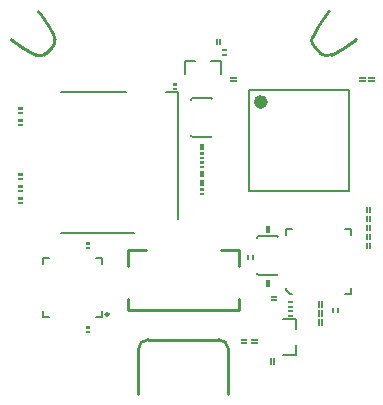
<source format=gto>
G04*
G04 #@! TF.GenerationSoftware,Altium Limited,Altium Designer,22.0.2 (36)*
G04*
G04 Layer_Color=65535*
%FSLAX25Y25*%
%MOIN*%
G70*
G04*
G04 #@! TF.SameCoordinates,9873FD8C-C369-40C8-B75A-0789E1F0109A*
G04*
G04*
G04 #@! TF.FilePolarity,Positive*
G04*
G01*
G75*
%ADD10C,0.02362*%
%ADD11C,0.01000*%
%ADD12C,0.00984*%
%ADD13C,0.00100*%
%ADD14C,0.00500*%
%ADD15C,0.00787*%
%ADD16C,0.00600*%
G36*
X12150Y43600D02*
X11800D01*
Y45400D01*
X12150D01*
Y43600D01*
D02*
G37*
G36*
X11200D02*
X10850D01*
Y45400D01*
X11200D01*
Y43600D01*
D02*
G37*
G36*
X14150Y41600D02*
X12850D01*
Y41950D01*
X14150D01*
Y41600D01*
D02*
G37*
G36*
Y40050D02*
X12850D01*
X12850Y40400D01*
X14150D01*
X14150Y40050D01*
D02*
G37*
G36*
X17400Y32300D02*
X15600D01*
Y32650D01*
X17400D01*
Y32300D01*
D02*
G37*
G36*
Y31350D02*
X15600D01*
Y31700D01*
X17400D01*
Y31350D01*
D02*
G37*
G36*
X-2350Y30100D02*
X-3650D01*
Y30450D01*
X-2350D01*
Y30100D01*
D02*
G37*
G36*
Y28550D02*
X-3650D01*
X-3650Y28900D01*
X-2350D01*
X-2350Y28550D01*
D02*
G37*
G36*
X-53850Y22100D02*
X-55150D01*
Y22450D01*
X-53850D01*
Y22100D01*
D02*
G37*
G36*
Y20550D02*
X-55150D01*
X-55150Y20900D01*
X-53850D01*
X-53850Y20550D01*
D02*
G37*
G36*
Y18100D02*
X-55150D01*
Y18450D01*
X-53850D01*
Y18100D01*
D02*
G37*
G36*
Y16550D02*
X-55150D01*
X-55150Y16900D01*
X-53850D01*
X-53850Y16550D01*
D02*
G37*
G36*
X6650Y8600D02*
X6300D01*
Y10400D01*
X6650D01*
Y8600D01*
D02*
G37*
G36*
X5700D02*
X5350D01*
Y10400D01*
X5700D01*
Y8600D01*
D02*
G37*
G36*
X6650Y7100D02*
X5350D01*
X5350Y7450D01*
X6650D01*
X6650Y7100D01*
D02*
G37*
G36*
X6650Y5550D02*
X5350D01*
Y5900D01*
X6650D01*
Y5550D01*
D02*
G37*
G36*
X6650Y4100D02*
X5350D01*
X5350Y4450D01*
X6650D01*
X6650Y4100D01*
D02*
G37*
G36*
X6650Y2550D02*
X5350D01*
Y2900D01*
X6650D01*
Y2550D01*
D02*
G37*
G36*
X-53850Y100D02*
X-55150D01*
Y450D01*
X-53850D01*
Y100D01*
D02*
G37*
G36*
X6650Y-400D02*
X6300D01*
Y1400D01*
X6650D01*
Y-400D01*
D02*
G37*
G36*
X5700D02*
X5350D01*
Y1400D01*
X5700D01*
Y-400D01*
D02*
G37*
G36*
X-53850Y-1450D02*
X-55150D01*
X-55150Y-1100D01*
X-53850D01*
X-53850Y-1450D01*
D02*
G37*
G36*
X6650Y-3400D02*
X6300D01*
Y-1600D01*
X6650D01*
Y-3400D01*
D02*
G37*
G36*
X5700D02*
X5350D01*
Y-1600D01*
X5700D01*
Y-3400D01*
D02*
G37*
G36*
X-53850Y-3900D02*
X-55150D01*
Y-3550D01*
X-53850D01*
Y-3900D01*
D02*
G37*
G36*
X6650Y-4900D02*
X5350D01*
X5350Y-4550D01*
X6650D01*
X6650Y-4900D01*
D02*
G37*
G36*
X-53850Y-5450D02*
X-55150D01*
X-55150Y-5100D01*
X-53850D01*
X-53850Y-5450D01*
D02*
G37*
G36*
X6650Y-6450D02*
X5350D01*
Y-6100D01*
X6650D01*
Y-6450D01*
D02*
G37*
G36*
X-53850Y-7900D02*
X-55150D01*
Y-7550D01*
X-53850D01*
Y-7900D01*
D02*
G37*
G36*
Y-9450D02*
X-55150D01*
X-55150Y-9100D01*
X-53850D01*
X-53850Y-9450D01*
D02*
G37*
G36*
X-31350Y-22900D02*
X-32650D01*
X-32650Y-22550D01*
X-31350D01*
X-31350Y-22900D01*
D02*
G37*
G36*
X-31350Y-24450D02*
X-32650D01*
Y-24100D01*
X-31350D01*
Y-24450D01*
D02*
G37*
G36*
X21500Y-28150D02*
X21150D01*
Y-26850D01*
X21500D01*
Y-28150D01*
D02*
G37*
G36*
X-31350Y-50900D02*
X-32650D01*
X-32650Y-50550D01*
X-31350D01*
X-31350Y-50900D01*
D02*
G37*
G36*
X-31350Y-52450D02*
X-32650D01*
Y-52100D01*
X-31350D01*
Y-52450D01*
D02*
G37*
G36*
X20900Y-55200D02*
X19100D01*
Y-54850D01*
X20900D01*
Y-55200D01*
D02*
G37*
G36*
Y-56150D02*
X19100D01*
Y-55800D01*
X20900D01*
Y-56150D01*
D02*
G37*
G36*
X63400Y32300D02*
X61600D01*
Y32650D01*
X63400D01*
Y32300D01*
D02*
G37*
G36*
X60400D02*
X58600D01*
Y32650D01*
X60400D01*
Y32300D01*
D02*
G37*
G36*
X63400Y31350D02*
X61600D01*
Y31700D01*
X63400D01*
Y31350D01*
D02*
G37*
G36*
X60400D02*
X58600D01*
Y31700D01*
X60400D01*
Y31350D01*
D02*
G37*
G36*
X62150Y-12400D02*
X61800D01*
Y-10600D01*
X62150D01*
Y-12400D01*
D02*
G37*
G36*
X61200D02*
X60850D01*
Y-10600D01*
X61200D01*
Y-12400D01*
D02*
G37*
G36*
X62150Y-15400D02*
X61800D01*
Y-13600D01*
X62150D01*
Y-15400D01*
D02*
G37*
G36*
X61200D02*
X60850D01*
Y-13600D01*
X61200D01*
Y-15400D01*
D02*
G37*
G36*
X62150Y-18400D02*
X61800D01*
Y-16600D01*
X62150D01*
Y-18400D01*
D02*
G37*
G36*
X61200D02*
X60850D01*
Y-16600D01*
X61200D01*
Y-18400D01*
D02*
G37*
G36*
X28650Y-18900D02*
X28300D01*
Y-17100D01*
X28650D01*
Y-18900D01*
D02*
G37*
G36*
X27700D02*
X27350D01*
Y-17100D01*
X27700D01*
Y-18900D01*
D02*
G37*
G36*
X62150Y-21400D02*
X61800D01*
Y-19600D01*
X62150D01*
Y-21400D01*
D02*
G37*
G36*
X61200D02*
X60850D01*
Y-19600D01*
X61200D01*
Y-21400D01*
D02*
G37*
G36*
X62150Y-24400D02*
X61800D01*
Y-22600D01*
X62150D01*
Y-24400D01*
D02*
G37*
G36*
X61200D02*
X60850D01*
Y-22600D01*
X61200D01*
Y-24400D01*
D02*
G37*
G36*
X23050Y-28150D02*
X22700Y-28150D01*
Y-26850D01*
X23050Y-26850D01*
Y-28150D01*
D02*
G37*
G36*
X28650Y-36900D02*
X28300D01*
Y-35100D01*
X28650D01*
Y-36900D01*
D02*
G37*
G36*
X27700D02*
X27350D01*
Y-35100D01*
X27700D01*
Y-36900D01*
D02*
G37*
G36*
X30900Y-40700D02*
X29100D01*
Y-40350D01*
X30900D01*
Y-40700D01*
D02*
G37*
G36*
Y-41650D02*
X29100D01*
Y-41300D01*
X30900D01*
Y-41650D01*
D02*
G37*
G36*
X36150Y-42400D02*
X34850D01*
Y-42050D01*
X36150D01*
Y-42400D01*
D02*
G37*
G36*
X46150Y-43900D02*
X45800D01*
Y-42100D01*
X46150D01*
Y-43900D01*
D02*
G37*
G36*
X45200D02*
X44850D01*
Y-42100D01*
X45200D01*
Y-43900D01*
D02*
G37*
G36*
X36150Y-43950D02*
X34850D01*
X34850Y-43600D01*
X36150D01*
X36150Y-43950D01*
D02*
G37*
G36*
Y-45400D02*
X34850D01*
Y-45050D01*
X36150D01*
Y-45400D01*
D02*
G37*
G36*
X51450Y-45650D02*
X51100D01*
Y-44350D01*
X51450D01*
Y-45650D01*
D02*
G37*
G36*
X49900Y-44350D02*
Y-45650D01*
X49550Y-45650D01*
Y-44350D01*
X49900Y-44350D01*
D02*
G37*
G36*
X46150Y-46900D02*
X45800D01*
Y-45100D01*
X46150D01*
Y-46900D01*
D02*
G37*
G36*
X45200D02*
X44850D01*
Y-45100D01*
X45200D01*
Y-46900D01*
D02*
G37*
G36*
X36150Y-46950D02*
X34850D01*
X34850Y-46600D01*
X36150D01*
X36150Y-46950D01*
D02*
G37*
G36*
X46150Y-49900D02*
X45800D01*
Y-48100D01*
X46150D01*
Y-49900D01*
D02*
G37*
G36*
X45200D02*
X44850D01*
Y-48100D01*
X45200D01*
Y-49900D01*
D02*
G37*
G36*
X24400Y-55200D02*
X22600D01*
Y-54850D01*
X24400D01*
Y-55200D01*
D02*
G37*
G36*
Y-56150D02*
X22600D01*
Y-55800D01*
X24400D01*
Y-56150D01*
D02*
G37*
G36*
X30150Y-62900D02*
X29800D01*
Y-61100D01*
X30150D01*
Y-62900D01*
D02*
G37*
G36*
X29200D02*
X28850D01*
Y-61100D01*
X29200D01*
Y-62900D01*
D02*
G37*
D10*
X26886Y24295D02*
G03*
X26886Y24295I-1181J0D01*
G01*
D11*
X-48813Y39857D02*
G03*
X-48331Y39758I870J3029D01*
G01*
X-48014Y39735D02*
G03*
X-47451Y39773I69J3160D01*
G01*
D02*
G03*
X-47382Y39785I-488J3084D01*
G01*
Y39785D02*
G03*
X-47216Y39820I-559J3080D01*
G01*
X-48331Y39758D02*
G03*
X-48014Y39735I385J3118D01*
G01*
X-43797Y42577D02*
G03*
X-43494Y42929I-2228J2227D01*
G01*
X-43494D02*
G03*
X-43232Y43346I-2532J1877D01*
G01*
D02*
G03*
X-43100Y43635I-2785J1454D01*
G01*
D02*
G03*
X-42938Y44175I-2935J1173D01*
G01*
D02*
G03*
X-42925Y44244I-3059J624D01*
G01*
D02*
G03*
X-42899Y44412I-3081J556D01*
G01*
X-42899D02*
G03*
X-42898Y45185I-3136J392D01*
G01*
X-42898Y45187D02*
G03*
X-43157Y46109I-3126J-383D01*
G01*
X-49249Y40017D02*
G03*
X-48813Y39857I1305J2868D01*
G01*
X-47216Y39820D02*
G03*
X-46491Y40090I-732J3074D01*
G01*
X-46489Y40091D02*
G03*
X-45717Y40657I-1455J2793D01*
G01*
X47455Y39758D02*
G03*
X49144Y40017I384J3126D01*
G01*
X45612Y40657D02*
G03*
X46386Y40090I2227J2227D01*
G01*
X47276Y39785D02*
G03*
X47455Y39758I560J3082D01*
G01*
X46539Y40015D02*
G03*
X47273Y39786I1304J2879D01*
G01*
X46386Y40090D02*
G03*
X46539Y40015I1445J2778D01*
G01*
X43052Y46109D02*
G03*
X42792Y45185I2867J-1305D01*
G01*
Y45185D02*
G03*
X42777Y45016I3108J-379D01*
G01*
Y45016D02*
G03*
X42819Y44248I3153J-212D01*
G01*
X42819Y44244D02*
G03*
X42857Y44067I3083J557D01*
G01*
X42857D02*
G03*
X43692Y42577I3062J737D01*
G01*
X14908Y-58078D02*
G03*
X11758Y-54928I-3150J0D01*
G01*
X-11864D02*
G03*
X-15013Y-58078I0J-3150D01*
G01*
X-48554Y54679D02*
X-48457Y54555D01*
X-48360Y54432D01*
X-47343Y53084D02*
X-47254Y52963D01*
X-47432Y53206D02*
X-47343Y53084D01*
X-47522Y53328D02*
X-47432Y53206D01*
X-47613Y53449D02*
X-47522Y53328D01*
X-47704Y53572D02*
X-47613Y53449D01*
X-47796Y53694D02*
X-47704Y53572D01*
X-47888Y53816D02*
X-47796Y53694D01*
X-47981Y53939D02*
X-47888Y53816D01*
X-48075Y54062D02*
X-47981Y53939D01*
X-48170Y54185D02*
X-48075Y54062D01*
X-48265Y54308D02*
X-48170Y54185D01*
X-48360Y54432D02*
X-48265Y54308D01*
X-47254Y52963D02*
X-47166Y52842D01*
X-45268Y50019D02*
X-45199Y49907D01*
X-45337Y50131D02*
X-45268Y50019D01*
X-45408Y50243D02*
X-45337Y50131D01*
X-45478Y50355D02*
X-45408Y50243D01*
X-45549Y50467D02*
X-45478Y50355D01*
X-45621Y50580D02*
X-45549Y50467D01*
X-45694Y50693D02*
X-45621Y50580D01*
X-45767Y50805D02*
X-45694Y50693D01*
X-45799Y50855D02*
X-45767Y50805D01*
X-45951Y51086D02*
X-45876Y50973D01*
X-46026Y51199D02*
X-45951Y51086D01*
X-45876Y50973D02*
X-45799Y50855D01*
X-46102Y51313D02*
X-46026Y51199D01*
X-46178Y51427D02*
X-46102Y51313D01*
X-46255Y51541D02*
X-46178Y51427D01*
X-46333Y51655D02*
X-46255Y51541D01*
X-46411Y51769D02*
X-46333Y51655D01*
X-46490Y51884D02*
X-46411Y51769D01*
X-46569Y51999D02*
X-46490Y51884D01*
X-46652Y52118D02*
X-46569Y51999D01*
X-46736Y52239D02*
X-46652Y52118D01*
X-46906Y52479D02*
X-46821Y52359D01*
X-46992Y52600D02*
X-46906Y52479D01*
X-47079Y52721D02*
X-46992Y52600D01*
X-46821Y52359D02*
X-46736Y52239D01*
X-47166Y52842D02*
X-47079Y52721D01*
X-44418Y48582D02*
X-44357Y48473D01*
X-44480Y48691D02*
X-44418Y48582D01*
X-44542Y48801D02*
X-44480Y48691D01*
X-44605Y48911D02*
X-44542Y48801D01*
X-44669Y49021D02*
X-44605Y48911D01*
X-44733Y49131D02*
X-44669Y49021D01*
X-44798Y49242D02*
X-44733Y49131D01*
X-44863Y49352D02*
X-44798Y49242D01*
X-44929Y49463D02*
X-44863Y49352D01*
X-45063Y49685D02*
X-44996Y49574D01*
X-45131Y49796D02*
X-45063Y49685D01*
X-44996Y49574D02*
X-44929Y49463D01*
X-45199Y49907D02*
X-45131Y49796D01*
X-43668Y47175D02*
X-43615Y47068D01*
X-43722Y47282D02*
X-43668Y47175D01*
X-43777Y47389D02*
X-43722Y47282D01*
X-43832Y47497D02*
X-43777Y47389D01*
X-43888Y47605D02*
X-43832Y47497D01*
X-43945Y47712D02*
X-43888Y47605D01*
X-44002Y47820D02*
X-43945Y47712D01*
X-44059Y47929D02*
X-44002Y47820D01*
X-44118Y48037D02*
X-44059Y47929D01*
X-44236Y48254D02*
X-44177Y48146D01*
X-44296Y48364D02*
X-44236Y48254D01*
X-44177Y48146D02*
X-44118Y48037D01*
X-44357Y48473D02*
X-44296Y48364D01*
X-43257Y46324D02*
X-43208Y46219D01*
X-43306Y46430D02*
X-43257Y46324D01*
X-43356Y46536D02*
X-43306Y46430D01*
X-43407Y46642D02*
X-43356Y46536D01*
X-43509Y46854D02*
X-43458Y46748D01*
X-43562Y46961D02*
X-43509Y46854D01*
X-43615Y47068D02*
X-43562Y46961D01*
X-43458Y46748D02*
X-43407Y46642D01*
X-57637Y45271D02*
X-57522Y45181D01*
X-57401Y45088D01*
X-57281Y44995D01*
X-57156Y44900D01*
X-57032Y44805D01*
X-56903Y44707D01*
X-56774Y44610D01*
X-56640Y44510D01*
X-56502Y44408D01*
X-56365Y44306D01*
X-56222Y44201D01*
X-56147Y44146D01*
X-56028Y44060D01*
X-55910Y43974D01*
X-55792Y43889D01*
X-55674Y43805D01*
X-55557Y43722D01*
X-55439Y43639D01*
X-55322Y43556D01*
X-55205Y43474D01*
X-55088Y43393D01*
X-54971Y43313D01*
X-54855Y43233D01*
X-54738Y43154D01*
X-54622Y43075D01*
X-54506Y42997D01*
X-54390Y42919D01*
X-54275Y42843D01*
X-54159Y42766D01*
X-54044Y42691D01*
X-53933Y42619D01*
X-53823Y42547D01*
X-53713Y42477D01*
X-53685Y42459D01*
X-53566Y42383D01*
X-53452Y42311D01*
X-53338Y42239D01*
X-53224Y42168D01*
X-53110Y42097D01*
X-53001Y42030D01*
X-52892Y41963D01*
X-52784Y41897D01*
X-52675Y41832D01*
X-52567Y41767D01*
X-52458Y41703D01*
X-52350Y41639D01*
X-52242Y41576D01*
X-52135Y41513D01*
X-52027Y41451D01*
X-51920Y41390D01*
X-51813Y41329D01*
X-51706Y41268D01*
X-51599Y41209D01*
X-51492Y41149D01*
X-51386Y41091D01*
X-51279Y41033D01*
X-51173Y40975D01*
X-51067Y40918D01*
X-50961Y40862D01*
X-50856Y40806D01*
X-50750Y40751D01*
X-50645Y40696D01*
X-50540Y40642D01*
X-43208Y46219D02*
X-43157Y46109D01*
X-45717Y40657D02*
X-43797Y42577D01*
X-46491Y40090D02*
X-46489Y40091D01*
X-42898Y45187D02*
X-42898Y45185D01*
X-50435Y40589D02*
X-50330Y40536D01*
X-50226Y40483D01*
X-50121Y40431D01*
X-50017Y40380D01*
X-49913Y40329D01*
X-49809Y40279D01*
X-49705Y40229D01*
X-49602Y40181D01*
X-49498Y40132D01*
X-49395Y40084D01*
X-49292Y40037D01*
X-49249Y40017D01*
X-50540Y40642D02*
X-50435Y40589D01*
X49144Y40017D02*
X49255Y40068D01*
X49363Y40118D01*
X49470Y40168D01*
X43692Y42577D02*
X45612Y40657D01*
X49470Y40168D02*
X49578Y40219D01*
X49686Y40271D01*
X49795Y40323D01*
X49903Y40376D01*
X50012Y40429D01*
X50120Y40483D01*
X50229Y40538D01*
X50339Y40593D01*
X50448Y40649D01*
X50557Y40705D01*
X50667Y40762D01*
X47273Y39786D02*
X47276Y39785D01*
X50667Y40762D02*
X50777Y40820D01*
X50887Y40878D01*
X50997Y40937D01*
X51108Y40997D01*
X51218Y41057D01*
X51329Y41118D01*
X51436Y41177D01*
X51543Y41236D01*
X51649Y41296D01*
X51757Y41357D01*
X51868Y41420D01*
X51980Y41485D01*
X52092Y41550D01*
X52205Y41615D01*
X52317Y41681D01*
X52430Y41748D01*
X52543Y41816D01*
X52656Y41884D01*
X52769Y41952D01*
X52882Y42022D01*
X52996Y42092D01*
X53110Y42162D01*
X53224Y42233D01*
X53452Y42377D02*
X53566Y42450D01*
X53580Y42459D01*
X53700Y42536D01*
X53815Y42610D01*
X53224Y42233D02*
X53338Y42305D01*
X53452Y42377D01*
X47179Y53003D02*
X47267Y53125D01*
X47091Y52882D02*
X47179Y53003D01*
X47003Y52761D02*
X47091Y52882D01*
X46920Y52645D02*
X47003Y52761D01*
X46837Y52529D02*
X46920Y52645D01*
X46755Y52414D02*
X46837Y52529D01*
X46673Y52299D02*
X46755Y52414D01*
X46593Y52184D02*
X46673Y52299D01*
X46512Y52069D02*
X46593Y52184D01*
X46353Y51839D02*
X46433Y51954D01*
X46275Y51725D02*
X46353Y51839D01*
X46433Y51954D02*
X46512Y52069D01*
X46197Y51610D02*
X46275Y51725D01*
X46120Y51496D02*
X46197Y51610D01*
X46043Y51382D02*
X46120Y51496D01*
X45967Y51269D02*
X46043Y51382D01*
X45891Y51155D02*
X45967Y51269D01*
X45816Y51042D02*
X45891Y51155D01*
X45742Y50928D02*
X45816Y51042D01*
X45694Y50855D02*
X45742Y50928D01*
X45617Y50737D02*
X45694Y50855D01*
X45544Y50624D02*
X45617Y50737D01*
X45401Y50399D02*
X45472Y50511D01*
X45330Y50287D02*
X45401Y50399D01*
X45472Y50511D02*
X45544Y50624D01*
X45259Y50175D02*
X45330Y50287D01*
X45190Y50063D02*
X45259Y50175D01*
X45121Y49951D02*
X45190Y50063D01*
X45052Y49840D02*
X45121Y49951D01*
X44984Y49728D02*
X45052Y49840D01*
X44917Y49617D02*
X44984Y49728D01*
X44850Y49506D02*
X44917Y49617D01*
X44784Y49395D02*
X44850Y49506D01*
X44718Y49285D02*
X44784Y49395D01*
X44653Y49174D02*
X44718Y49285D01*
X44525Y48954D02*
X44589Y49064D01*
X44462Y48844D02*
X44525Y48954D01*
X44589Y49064D02*
X44653Y49174D01*
X44399Y48734D02*
X44462Y48844D01*
X44337Y48625D02*
X44399Y48734D01*
X44275Y48515D02*
X44337Y48625D01*
X44214Y48406D02*
X44275Y48515D01*
X44154Y48297D02*
X44214Y48406D01*
X44095Y48188D02*
X44154Y48297D01*
X44036Y48080D02*
X44095Y48188D01*
X43977Y47971D02*
X44036Y48080D01*
X43862Y47755D02*
X43919Y47863D01*
X43805Y47647D02*
X43862Y47755D01*
X43749Y47539D02*
X43805Y47647D01*
X43693Y47431D02*
X43749Y47539D01*
X43919Y47863D02*
X43977Y47971D01*
X43639Y47324D02*
X43693Y47431D01*
X43584Y47217D02*
X43639Y47324D01*
X43530Y47110D02*
X43584Y47217D01*
X43477Y47003D02*
X43530Y47110D01*
X43425Y46896D02*
X43477Y47003D01*
X43373Y46790D02*
X43425Y46896D01*
X43321Y46683D02*
X43373Y46790D01*
X43270Y46577D02*
X43321Y46683D01*
X43220Y46471D02*
X43270Y46577D01*
X43171Y46366D02*
X43220Y46471D01*
X43122Y46260D02*
X43171Y46366D01*
X43073Y46155D02*
X43122Y46260D01*
X48416Y54637D02*
X48513Y54761D01*
X48319Y54513D02*
X48416Y54637D01*
X48219Y54385D02*
X48319Y54513D01*
X48120Y54256D02*
X48219Y54385D01*
X48021Y54128D02*
X48120Y54256D01*
X47919Y53995D02*
X48021Y54128D01*
X47818Y53862D02*
X47919Y53995D01*
X47714Y53724D02*
X47818Y53862D01*
X47610Y53587D02*
X47714Y53724D01*
X47447Y53368D02*
X47538Y53490D01*
X47357Y53246D02*
X47447Y53368D01*
X47538Y53490D02*
X47610Y53587D01*
X47267Y53125D02*
X47357Y53246D01*
X57239Y45044D02*
X57364Y45141D01*
X57490Y45238D01*
X57615Y45336D01*
X57114Y44948D02*
X57239Y45044D01*
X56990Y44853D02*
X57114Y44948D01*
X56865Y44758D02*
X56990Y44853D01*
X56745Y44668D02*
X56865Y44758D01*
X56626Y44578D02*
X56745Y44668D01*
X53815Y42610D02*
X53930Y42685D01*
X54045Y42760D01*
X54160Y42836D01*
X54276Y42913D01*
X54392Y42991D01*
X54508Y43069D02*
X54624Y43147D01*
X54740Y43227D01*
X54857Y43306D01*
X54392Y42991D02*
X54508Y43069D01*
X43052Y46109D02*
X43073Y46155D01*
X42819Y44248D02*
X42819Y44244D01*
X56507Y44489D02*
X56626Y44578D01*
X56388Y44401D02*
X56507Y44489D01*
X54857Y43306D02*
X54973Y43387D01*
X55090Y43468D01*
X55207Y43550D01*
X55325Y43632D01*
X55442Y43715D01*
X55560Y43798D01*
X55677Y43883D01*
X55795Y43967D01*
X55914Y44053D02*
X56032Y44139D01*
X56150Y44225D01*
X56269Y44313D01*
X55795Y43967D02*
X55914Y44053D01*
X56269Y44313D02*
X56388Y44401D01*
X14908Y-73000D02*
Y-67494D01*
X-15013D02*
Y-58078D01*
Y-73000D02*
Y-67494D01*
X14908D02*
Y-58078D01*
X-11864Y-54928D02*
X11758D01*
X-18563Y-45000D02*
Y-41500D01*
X-18500Y-45000D02*
X18500D01*
X-18563Y-25000D02*
X-12563D01*
X-18563Y-30500D02*
Y-25000D01*
X12563D02*
X18563D01*
Y-30500D02*
Y-25000D01*
Y-45000D02*
Y-41500D01*
D12*
X-25008Y-46500D02*
G03*
X-25008Y-46500I-492J0D01*
G01*
D13*
X21150Y-28150D02*
Y-26850D01*
X21500D01*
Y-28150D02*
Y-26850D01*
X21150Y-28150D02*
X21500D01*
X22700Y-26850D02*
X23050Y-26850D01*
X22700Y-28150D02*
Y-26850D01*
Y-28150D02*
X23050Y-28150D01*
Y-26850D01*
X34850Y-45050D02*
X36150D01*
Y-45400D02*
Y-45050D01*
X34850Y-45400D02*
X36150D01*
X34850D02*
Y-45050D01*
X36150Y-46600D02*
X36150Y-46950D01*
X34850Y-46600D02*
X36150D01*
X34850Y-46950D02*
X34850Y-46600D01*
X34850Y-46950D02*
X36150D01*
X44850Y-48100D02*
X45200D01*
X44850Y-49900D02*
X45200D01*
Y-48100D01*
X44850Y-49900D02*
Y-48100D01*
X46150Y-49900D02*
Y-48100D01*
X45800Y-49900D02*
Y-48100D01*
X46150D01*
X45800Y-49900D02*
X46150D01*
X44850Y-45100D02*
X45200D01*
X44850Y-46900D02*
X45200D01*
Y-45100D01*
X44850Y-46900D02*
Y-45100D01*
X46150Y-46900D02*
Y-45100D01*
X45800Y-46900D02*
Y-45100D01*
X46150D01*
X45800Y-46900D02*
X46150D01*
X22600Y-56150D02*
Y-55800D01*
X24400Y-56150D02*
Y-55800D01*
X22600D02*
X24400D01*
X22600Y-56150D02*
X24400D01*
X22600Y-54850D02*
X24400D01*
X22600Y-55200D02*
X24400D01*
X22600D02*
Y-54850D01*
X24400Y-55200D02*
Y-54850D01*
X19100Y-56150D02*
Y-55800D01*
X20900Y-56150D02*
Y-55800D01*
X19100D02*
X20900D01*
X19100Y-56150D02*
X20900D01*
X19100Y-54850D02*
X20900D01*
X19100Y-55200D02*
X20900D01*
X19100D02*
Y-54850D01*
X20900Y-55200D02*
Y-54850D01*
X29800Y-62900D02*
X30150D01*
X29800Y-61100D02*
X30150D01*
X29800Y-62900D02*
Y-61100D01*
X30150Y-62900D02*
Y-61100D01*
X28850Y-62900D02*
Y-61100D01*
X29200Y-62900D02*
Y-61100D01*
X28850Y-62900D02*
X29200D01*
X28850Y-61100D02*
X29200D01*
X58600Y31350D02*
Y31700D01*
X60400Y31350D02*
Y31700D01*
X58600D02*
X60400D01*
X58600Y31350D02*
X60400D01*
X58600Y32650D02*
X60400D01*
X58600Y32300D02*
X60400D01*
X58600D02*
Y32650D01*
X60400Y32300D02*
Y32650D01*
X60850Y-10600D02*
X61200D01*
X60850Y-12400D02*
X61200D01*
Y-10600D01*
X60850Y-12400D02*
Y-10600D01*
X62150Y-12400D02*
Y-10600D01*
X61800Y-12400D02*
Y-10600D01*
X62150D01*
X61800Y-12400D02*
X62150D01*
X15600Y31350D02*
Y31700D01*
X17400Y31350D02*
Y31700D01*
X15600D02*
X17400D01*
X15600Y31350D02*
X17400D01*
X15600Y32650D02*
X17400D01*
X15600Y32300D02*
X17400D01*
X15600D02*
Y32650D01*
X17400Y32300D02*
Y32650D01*
X6300Y-3400D02*
X6650D01*
X6300Y-1600D02*
X6650D01*
X6300Y-3400D02*
Y-1600D01*
X6650Y-3400D02*
Y-1600D01*
X5350Y-3400D02*
Y-1600D01*
X5700Y-3400D02*
Y-1600D01*
X5350Y-3400D02*
X5700D01*
X5350Y-1600D02*
X5700D01*
X6300Y-400D02*
X6650D01*
X6300Y1400D02*
X6650D01*
X6300Y-400D02*
Y1400D01*
X6650Y-400D02*
Y1400D01*
X5350Y-400D02*
Y1400D01*
X5700Y-400D02*
Y1400D01*
X5350Y-400D02*
X5700D01*
X5350Y1400D02*
X5700D01*
X5350Y-6450D02*
X6650D01*
X5350D02*
Y-6100D01*
X6650D01*
Y-6450D02*
Y-6100D01*
X5350Y-4550D02*
X5350Y-4900D01*
X6650D01*
X6650Y-4550D01*
X5350D02*
X6650D01*
X5350Y2550D02*
X6650D01*
X5350D02*
Y2900D01*
X6650D01*
Y2550D02*
Y2900D01*
X5350Y4450D02*
X5350Y4100D01*
X6650D01*
X6650Y4450D01*
X5350D02*
X6650D01*
X12850Y41950D02*
X14150D01*
Y41600D02*
Y41950D01*
X12850Y41600D02*
X14150D01*
X12850D02*
Y41950D01*
X14150Y40400D02*
X14150Y40050D01*
X12850Y40400D02*
X14150D01*
X12850Y40050D02*
X12850Y40400D01*
X12850Y40050D02*
X14150D01*
X10850Y45400D02*
X11200D01*
X10850Y43600D02*
X11200D01*
Y45400D01*
X10850Y43600D02*
Y45400D01*
X12150Y43600D02*
Y45400D01*
X11800Y43600D02*
Y45400D01*
X12150D01*
X11800Y43600D02*
X12150D01*
X5350Y5550D02*
X6650D01*
X5350D02*
Y5900D01*
X6650D01*
Y5550D02*
Y5900D01*
X5350Y7450D02*
X5350Y7100D01*
X6650D01*
X6650Y7450D01*
X5350D02*
X6650D01*
X-3650Y30450D02*
X-2350D01*
Y30100D02*
Y30450D01*
X-3650Y30100D02*
X-2350D01*
X-3650D02*
Y30450D01*
X-2350Y28900D02*
X-2350Y28550D01*
X-3650Y28900D02*
X-2350D01*
X-3650Y28550D02*
X-3650Y28900D01*
X-3650Y28550D02*
X-2350D01*
X60850Y-13600D02*
X61200D01*
X60850Y-15400D02*
X61200D01*
Y-13600D01*
X60850Y-15400D02*
Y-13600D01*
X62150Y-15400D02*
Y-13600D01*
X61800Y-15400D02*
Y-13600D01*
X62150D01*
X61800Y-15400D02*
X62150D01*
X61600Y31350D02*
Y31700D01*
X63400Y31350D02*
Y31700D01*
X61600D02*
X63400D01*
X61600Y31350D02*
X63400D01*
X61600Y32650D02*
X63400D01*
X61600Y32300D02*
X63400D01*
X61600D02*
Y32650D01*
X63400Y32300D02*
Y32650D01*
X6300Y8600D02*
X6650D01*
X6300Y10400D02*
X6650D01*
X6300Y8600D02*
Y10400D01*
X6650Y8600D02*
Y10400D01*
X5350Y8600D02*
Y10400D01*
X5700Y8600D02*
Y10400D01*
X5350Y8600D02*
X5700D01*
X5350Y10400D02*
X5700D01*
X-55150Y18450D02*
X-53850D01*
Y18100D02*
Y18450D01*
X-55150Y18100D02*
X-53850D01*
X-55150D02*
Y18450D01*
X-53850Y16900D02*
X-53850Y16550D01*
X-55150Y16900D02*
X-53850D01*
X-55150Y16550D02*
X-55150Y16900D01*
X-55150Y16550D02*
X-53850D01*
X-55150Y22450D02*
X-53850D01*
Y22100D02*
Y22450D01*
X-55150Y22100D02*
X-53850D01*
X-55150D02*
Y22450D01*
X-53850Y20900D02*
X-53850Y20550D01*
X-55150Y20900D02*
X-53850D01*
X-55150Y20550D02*
X-55150Y20900D01*
X-55150Y20550D02*
X-53850D01*
X-32650Y-24450D02*
X-31350D01*
X-32650D02*
Y-24100D01*
X-31350D01*
Y-24450D02*
Y-24100D01*
X-32650Y-22550D02*
X-32650Y-22900D01*
X-31350D01*
X-31350Y-22550D01*
X-32650D02*
X-31350D01*
X-55150Y-7550D02*
X-53850D01*
Y-7900D02*
Y-7550D01*
X-55150Y-7900D02*
X-53850D01*
X-55150D02*
Y-7550D01*
X-53850Y-9100D02*
X-53850Y-9450D01*
X-55150Y-9100D02*
X-53850D01*
X-55150Y-9450D02*
X-55150Y-9100D01*
X-55150Y-9450D02*
X-53850D01*
X-55150Y-3550D02*
X-53850D01*
Y-3900D02*
Y-3550D01*
X-55150Y-3900D02*
X-53850D01*
X-55150D02*
Y-3550D01*
X-53850Y-5100D02*
X-53850Y-5450D01*
X-55150Y-5100D02*
X-53850D01*
X-55150Y-5450D02*
X-55150Y-5100D01*
X-55150Y-5450D02*
X-53850D01*
X-55150Y450D02*
X-53850D01*
Y100D02*
Y450D01*
X-55150Y100D02*
X-53850D01*
X-55150D02*
Y450D01*
X-53850Y-1100D02*
X-53850Y-1450D01*
X-55150Y-1100D02*
X-53850D01*
X-55150Y-1450D02*
X-55150Y-1100D01*
X-55150Y-1450D02*
X-53850D01*
X-32650Y-52450D02*
X-31350D01*
X-32650D02*
Y-52100D01*
X-31350D01*
Y-52450D02*
Y-52100D01*
X-32650Y-50550D02*
X-32650Y-50900D01*
X-31350D01*
X-31350Y-50550D01*
X-32650D02*
X-31350D01*
X29100Y-41650D02*
Y-41300D01*
X30900Y-41650D02*
Y-41300D01*
X29100D02*
X30900D01*
X29100Y-41650D02*
X30900D01*
X29100Y-40350D02*
X30900D01*
X29100Y-40700D02*
X30900D01*
X29100D02*
Y-40350D01*
X30900Y-40700D02*
Y-40350D01*
X34850Y-42050D02*
X36150D01*
Y-42400D02*
Y-42050D01*
X34850Y-42400D02*
X36150D01*
X34850D02*
Y-42050D01*
X36150Y-43600D02*
X36150Y-43950D01*
X34850Y-43600D02*
X36150D01*
X34850Y-43950D02*
X34850Y-43600D01*
X34850Y-43950D02*
X36150D01*
X51450Y-45650D02*
Y-44350D01*
X51100Y-45650D02*
X51450D01*
X51100D02*
Y-44350D01*
X51450D01*
X49550Y-45650D02*
X49900Y-45650D01*
Y-44350D01*
X49550Y-44350D02*
X49900Y-44350D01*
X49550Y-45650D02*
Y-44350D01*
X27350Y-35100D02*
X27700D01*
X27350Y-36900D02*
X27700D01*
Y-35100D01*
X27350Y-36900D02*
Y-35100D01*
X28650Y-36900D02*
Y-35100D01*
X28300Y-36900D02*
Y-35100D01*
X28650D01*
X28300Y-36900D02*
X28650D01*
X45800Y-43900D02*
X46150D01*
X45800Y-42100D02*
X46150D01*
X45800Y-43900D02*
Y-42100D01*
X46150Y-43900D02*
Y-42100D01*
X44850Y-43900D02*
Y-42100D01*
X45200Y-43900D02*
Y-42100D01*
X44850Y-43900D02*
X45200D01*
X44850Y-42100D02*
X45200D01*
X61800Y-18400D02*
X62150D01*
X61800Y-16600D02*
X62150D01*
X61800Y-18400D02*
Y-16600D01*
X62150Y-18400D02*
Y-16600D01*
X60850Y-18400D02*
Y-16600D01*
X61200Y-18400D02*
Y-16600D01*
X60850Y-18400D02*
X61200D01*
X60850Y-16600D02*
X61200D01*
X27350Y-17100D02*
X27700D01*
X27350Y-18900D02*
X27700D01*
Y-17100D01*
X27350Y-18900D02*
Y-17100D01*
X28650Y-18900D02*
Y-17100D01*
X28300Y-18900D02*
Y-17100D01*
X28650D01*
X28300Y-18900D02*
X28650D01*
X61800Y-24400D02*
X62150D01*
X61800Y-22600D02*
X62150D01*
X61800Y-24400D02*
Y-22600D01*
X62150Y-24400D02*
Y-22600D01*
X60850Y-24400D02*
Y-22600D01*
X61200Y-24400D02*
Y-22600D01*
X60850Y-24400D02*
X61200D01*
X60850Y-22600D02*
X61200D01*
X61800Y-21400D02*
X62150D01*
X61800Y-19600D02*
X62150D01*
X61800Y-21400D02*
Y-19600D01*
X62150Y-21400D02*
Y-19600D01*
X60850Y-21400D02*
Y-19600D01*
X61200Y-21400D02*
Y-19600D01*
X60850Y-21400D02*
X61200D01*
X60850Y-19600D02*
X61200D01*
D14*
X-40709Y27598D02*
X-19213D01*
X-1811Y-14744D02*
Y27598D01*
X-40709Y-19449D02*
X-16457D01*
X-5866Y27598D02*
X-1811D01*
D15*
X21768Y-5232D02*
X55232D01*
X21768Y28232D02*
X55232D01*
Y-5232D02*
Y28232D01*
X21768Y-5232D02*
Y28232D01*
X33213Y-47898D02*
X37543D01*
Y-51244D02*
Y-47898D01*
X33213Y-60102D02*
X37543D01*
Y-56756D01*
X9291Y25500D02*
X9587Y25205D01*
X2500Y25106D02*
X2894Y25500D01*
X2500Y13000D02*
X3000Y12500D01*
X9000D02*
X9500Y13000D01*
X2500D02*
Y13197D01*
X2894Y25500D02*
X9291D01*
X3000Y12500D02*
X9000D01*
X2500Y24909D02*
Y25106D01*
X398Y33713D02*
Y38043D01*
X3744D01*
X12602Y33713D02*
Y38043D01*
X9256D02*
X12602D01*
X31291Y-20500D02*
X31587Y-20795D01*
X24500Y-20894D02*
X24894Y-20500D01*
X24500Y-33000D02*
X25000Y-33500D01*
X31000D02*
X31500Y-33000D01*
X24500D02*
Y-32803D01*
X24894Y-20500D02*
X31291D01*
X25000Y-33500D02*
X31000D01*
X24500Y-21091D02*
Y-20894D01*
D16*
X-46850Y-47350D02*
Y-45316D01*
Y-27650D02*
X-44815D01*
X-29184Y-47350D02*
X-27150D01*
X-29184Y-27650D02*
X-27150D01*
X-46850Y-29684D02*
Y-27650D01*
Y-47350D02*
X-44815D01*
X-27150D02*
Y-45316D01*
Y-29684D02*
Y-27650D01*
X35500Y-39850D02*
X36184D01*
X34150Y-38500D02*
X35500Y-39850D01*
X34150Y-38500D02*
Y-37815D01*
X53816Y-39850D02*
X55850D01*
X34150Y-20185D02*
Y-18150D01*
X53816D02*
X55850D01*
Y-39850D02*
Y-37815D01*
Y-20185D02*
Y-18150D01*
X34150D02*
X36184D01*
M02*

</source>
